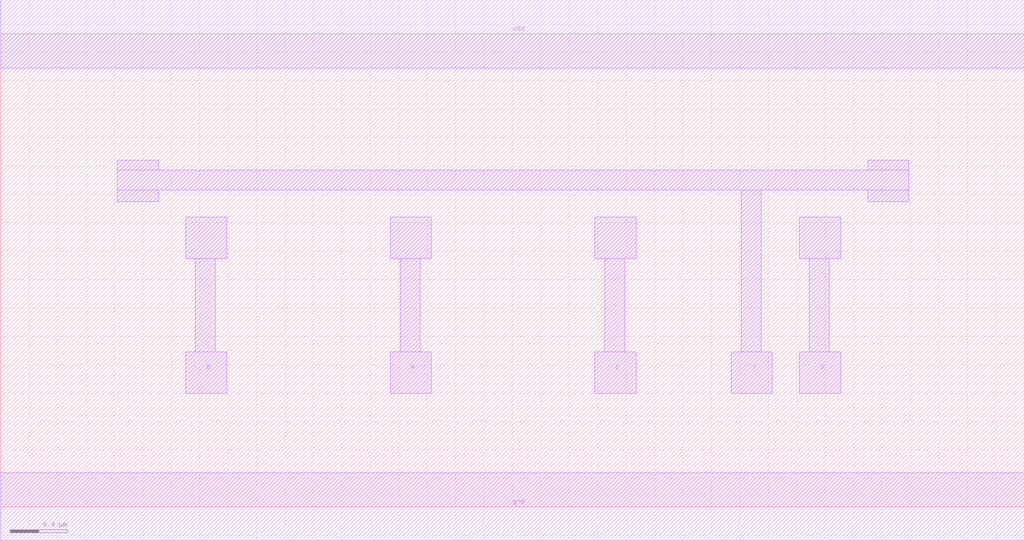
<source format=lef>
VERSION 5.7 ;
  NOWIREEXTENSIONATPIN ON ;
  DIVIDERCHAR "/" ;
  BUSBITCHARS "[]" ;
MACRO OAI22X1
  CLASS CORE ;
  FOREIGN OAI22X1 ;
  ORIGIN 0.000 0.000 ;
  SIZE 7.200 BY 3.330 ;
  SYMMETRY X Y R90 ;
  SITE unit ;
  PIN vdd
    DIRECTION INOUT ;
    USE POWER ;
    SHAPE ABUTMENT ;
    PORT
      LAYER met1 ;
        RECT 0.000 3.090 7.200 3.570 ;
    END
  END vdd
  PIN gnd
    DIRECTION INOUT ;
    USE GROUND ;
    SHAPE ABUTMENT ;
    PORT
      LAYER met1 ;
        RECT 0.000 -0.240 7.200 0.240 ;
    END
  END gnd
  PIN Y
    DIRECTION INOUT ;
    USE SIGNAL ;
    SHAPE ABUTMENT ;
    PORT
      LAYER met1 ;
        RECT 0.820 2.370 1.110 2.440 ;
        RECT 6.100 2.370 6.390 2.440 ;
        RECT 0.820 2.230 6.390 2.370 ;
        RECT 0.820 2.150 1.110 2.230 ;
        RECT 5.210 1.090 5.350 2.230 ;
        RECT 6.100 2.150 6.390 2.230 ;
        RECT 5.140 0.800 5.430 1.090 ;
    END
  END Y
  PIN B
    DIRECTION INOUT ;
    USE SIGNAL ;
    SHAPE ABUTMENT ;
    PORT
      LAYER met1 ;
        RECT 1.300 1.750 1.590 2.040 ;
        RECT 1.370 1.090 1.510 1.750 ;
        RECT 1.300 0.800 1.590 1.090 ;
    END
  END B
  PIN D
    DIRECTION INOUT ;
    USE SIGNAL ;
    SHAPE ABUTMENT ;
    PORT
      LAYER met1 ;
        RECT 5.620 1.750 5.910 2.040 ;
        RECT 5.690 1.090 5.830 1.750 ;
        RECT 5.620 0.800 5.910 1.090 ;
    END
  END D
  PIN C
    DIRECTION INOUT ;
    USE SIGNAL ;
    SHAPE ABUTMENT ;
    PORT
      LAYER met1 ;
        RECT 4.180 1.750 4.470 2.040 ;
        RECT 4.250 1.090 4.390 1.750 ;
        RECT 4.180 0.800 4.470 1.090 ;
    END
  END C
  PIN A
    DIRECTION INOUT ;
    USE SIGNAL ;
    SHAPE ABUTMENT ;
    PORT
      LAYER met1 ;
        RECT 2.740 1.750 3.030 2.040 ;
        RECT 2.810 1.090 2.950 1.750 ;
        RECT 2.740 0.800 3.030 1.090 ;
    END
  END A
END OAI22X1
END LIBRARY


</source>
